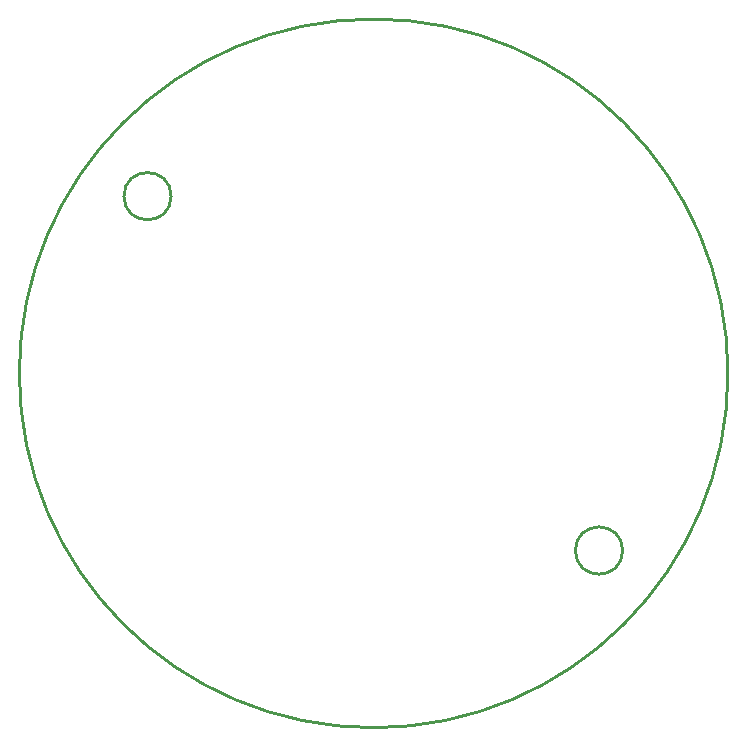
<source format=gm1>
%FSLAX25Y25*%
%MOIN*%
G70*
G01*
G75*
G04 Layer_Color=16711935*
%ADD10R,0.02756X0.03347*%
%ADD11R,0.03347X0.02756*%
%ADD12O,0.04724X0.00984*%
%ADD13R,0.04724X0.01772*%
%ADD14O,0.04724X0.01772*%
%ADD15O,0.00984X0.04724*%
%ADD16O,0.01772X0.04724*%
%ADD17R,0.03937X0.02362*%
%ADD18R,0.04724X0.01969*%
%ADD19O,0.03543X0.01969*%
%ADD20O,0.03543X0.01969*%
%ADD21R,0.03543X0.01969*%
%ADD22R,0.02362X0.03937*%
%ADD23O,0.02500X0.05500*%
%ADD24R,0.02500X0.05500*%
%ADD25R,0.07874X0.07874*%
%ADD26C,0.01000*%
%ADD27C,0.00800*%
%ADD28C,0.02000*%
%ADD29C,0.06000*%
%ADD30C,0.01500*%
%ADD31C,0.03000*%
%ADD32C,0.01200*%
%ADD33C,0.05906*%
%ADD34P,0.08352X4X180.0*%
%ADD35R,0.05906X0.05906*%
G04:AMPARAMS|DCode=36|XSize=78.74mil|YSize=118.11mil|CornerRadius=0mil|HoleSize=0mil|Usage=FLASHONLY|Rotation=45.000|XOffset=0mil|YOffset=0mil|HoleType=Round|Shape=Rectangle|*
%AMROTATEDRECTD36*
4,1,4,0.01392,-0.06960,-0.06960,0.01392,-0.01392,0.06960,0.06960,-0.01392,0.01392,-0.06960,0.0*
%
%ADD36ROTATEDRECTD36*%

G04:AMPARAMS|DCode=37|XSize=78.74mil|YSize=118.11mil|CornerRadius=0mil|HoleSize=0mil|Usage=FLASHONLY|Rotation=45.000|XOffset=0mil|YOffset=0mil|HoleType=Round|Shape=Round|*
%AMOVALD37*
21,1,0.03937,0.07874,0.00000,0.00000,135.0*
1,1,0.07874,0.01392,-0.01392*
1,1,0.07874,-0.01392,0.01392*
%
%ADD37OVALD37*%

G04:AMPARAMS|DCode=38|XSize=78.74mil|YSize=118.11mil|CornerRadius=0mil|HoleSize=0mil|Usage=FLASHONLY|Rotation=75.000|XOffset=0mil|YOffset=0mil|HoleType=Round|Shape=Round|*
%AMOVALD38*
21,1,0.03937,0.07874,0.00000,0.00000,165.0*
1,1,0.07874,0.01901,-0.00510*
1,1,0.07874,-0.01901,0.00510*
%
%ADD38OVALD38*%

G04:AMPARAMS|DCode=39|XSize=78.74mil|YSize=118.11mil|CornerRadius=0mil|HoleSize=0mil|Usage=FLASHONLY|Rotation=75.000|XOffset=0mil|YOffset=0mil|HoleType=Round|Shape=Rectangle|*
%AMROTATEDRECTD39*
4,1,4,0.04685,-0.05331,-0.06723,-0.02274,-0.04685,0.05331,0.06723,0.02274,0.04685,-0.05331,0.0*
%
%ADD39ROTATEDRECTD39*%

%ADD40P,0.08352X4X200.0*%
%ADD41R,0.05906X0.05906*%
%ADD42C,0.02000*%
%ADD43C,0.03000*%
%ADD44C,0.04000*%
%ADD45C,0.05000*%
%ADD46C,0.27559*%
%ADD47C,0.00500*%
%ADD48C,0.00787*%
%ADD49C,0.00984*%
%ADD50C,0.02362*%
%ADD51R,0.03556X0.04147*%
%ADD52R,0.04147X0.03556*%
%ADD53O,0.05524X0.01784*%
%ADD54R,0.05524X0.02572*%
%ADD55O,0.05524X0.02572*%
%ADD56O,0.01784X0.05524*%
%ADD57O,0.02572X0.05524*%
%ADD58R,0.04737X0.03162*%
%ADD59R,0.05524X0.02769*%
%ADD60O,0.04343X0.02769*%
%ADD61O,0.04343X0.02769*%
%ADD62R,0.04343X0.02769*%
%ADD63R,0.03162X0.04737*%
%ADD64O,0.03300X0.06300*%
%ADD65R,0.03300X0.06300*%
%ADD66R,0.08674X0.08674*%
%ADD67C,0.06706*%
%ADD68P,0.09483X4X180.0*%
%ADD69R,0.06706X0.06706*%
G04:AMPARAMS|DCode=70|XSize=86.74mil|YSize=126.11mil|CornerRadius=0mil|HoleSize=0mil|Usage=FLASHONLY|Rotation=45.000|XOffset=0mil|YOffset=0mil|HoleType=Round|Shape=Rectangle|*
%AMROTATEDRECTD70*
4,1,4,0.01392,-0.07525,-0.07525,0.01392,-0.01392,0.07525,0.07525,-0.01392,0.01392,-0.07525,0.0*
%
%ADD70ROTATEDRECTD70*%

G04:AMPARAMS|DCode=71|XSize=86.74mil|YSize=126.11mil|CornerRadius=0mil|HoleSize=0mil|Usage=FLASHONLY|Rotation=45.000|XOffset=0mil|YOffset=0mil|HoleType=Round|Shape=Round|*
%AMOVALD71*
21,1,0.03937,0.08674,0.00000,0.00000,135.0*
1,1,0.08674,0.01392,-0.01392*
1,1,0.08674,-0.01392,0.01392*
%
%ADD71OVALD71*%

G04:AMPARAMS|DCode=72|XSize=86.74mil|YSize=126.11mil|CornerRadius=0mil|HoleSize=0mil|Usage=FLASHONLY|Rotation=75.000|XOffset=0mil|YOffset=0mil|HoleType=Round|Shape=Round|*
%AMOVALD72*
21,1,0.03937,0.08674,0.00000,0.00000,165.0*
1,1,0.08674,0.01901,-0.00510*
1,1,0.08674,-0.01901,0.00510*
%
%ADD72OVALD72*%

G04:AMPARAMS|DCode=73|XSize=86.74mil|YSize=126.11mil|CornerRadius=0mil|HoleSize=0mil|Usage=FLASHONLY|Rotation=75.000|XOffset=0mil|YOffset=0mil|HoleType=Round|Shape=Rectangle|*
%AMROTATEDRECTD73*
4,1,4,0.04968,-0.05821,-0.07213,-0.02557,-0.04968,0.05821,0.07213,0.02557,0.04968,-0.05821,0.0*
%
%ADD73ROTATEDRECTD73*%

%ADD74P,0.09483X4X200.0*%
%ADD75R,0.06706X0.06706*%
%ADD76C,0.28359*%
D26*
X83000Y-59055D02*
G03*
X83000Y-59055I-7874J0D01*
G01*
X-67500Y59055D02*
G03*
X-67500Y59055I-7874J0D01*
G01*
X118110Y0D02*
G03*
X118110Y0I-118110J0D01*
G01*
X83000Y-59055D02*
G03*
X83000Y-59055I-7874J0D01*
G01*
X-67500Y59055D02*
G03*
X-67500Y59055I-7874J0D01*
G01*
X118110Y0D02*
G03*
X118110Y0I-118110J0D01*
G01*
M02*

</source>
